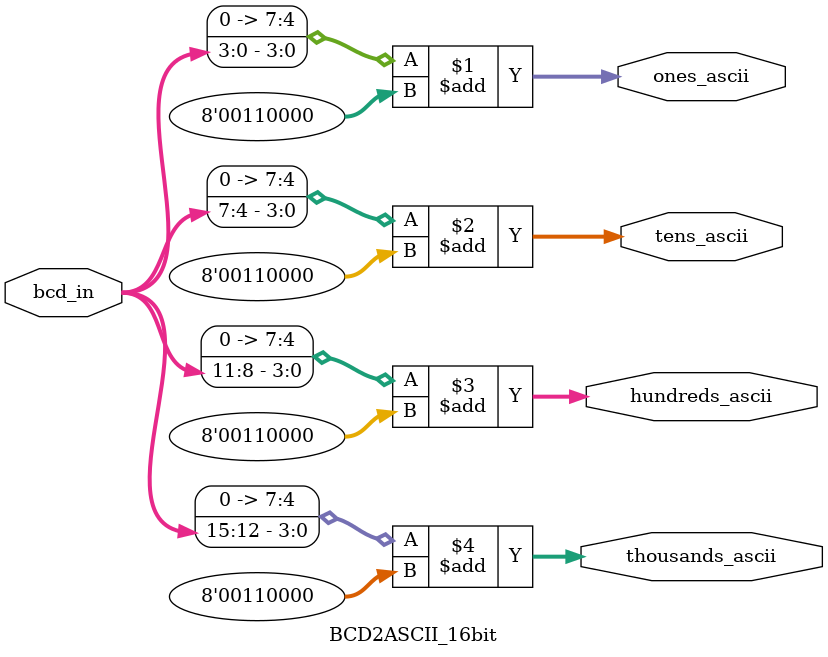
<source format=v>
`timescale 1ns / 1ps


module BCD2ASCII_16bit(
    input [15:0] bcd_in,
    output [7:0] ones_ascii, tens_ascii, hundreds_ascii, thousands_ascii
    );
                
    //Offsets a value to the ASCII hex character for a '0' (0x30)
    //Meant to be added to individual BCD digits to shift to correct ASCII representation
    //  for numbers 0 - 9
    parameter ASCII_OFFSET = 8'h30;


	assign ones_ascii 		= {4'h0, bcd_in[3:0]}	+ ASCII_OFFSET;
	assign tens_ascii       = {4'h0, bcd_in[7:4]}	+ ASCII_OFFSET;
    assign hundreds_ascii   = {4'h0, bcd_in[11:8]}	+ ASCII_OFFSET;
    assign thousands_ascii  = {4'h0, bcd_in[15:12]}	+ ASCII_OFFSET; 
    
endmodule

</source>
